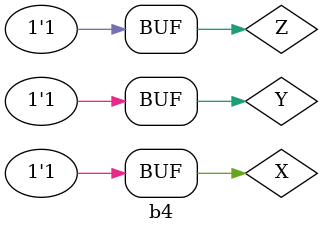
<source format=v>
module PoS (output S, input X, Y, Z); // MAXTERMOS
// M 5 6 7
assign S = (X|Y|Z) & (X|Y|~Z) & (X|~Y|Z) & (~X|Y|~Z)& (~X|~Y|Z);
endmodule // PoS

module b4;
reg X, Y, Z;
wire S;
// instancias
PoS POS1(S, X, Y, Z);
// valores iniciais
initial begin: start
X=1'bx; Y=1'bx; Z=1'bx;// indefinidos
end
// parte principal
initial begin: main
// identificacao
$display("Produto da Soma");
// monitoramento
$display(" X  Y  Z = PoS( 0, 1, 2, 5, 6 )");
$monitor("%2b %2b %2b =  %2b", X, Y, Z, S);
// sinalizacao
#1 X=0; Y=0; Z =0;
#1 X=0; Y=0; Z =1;
#1 X=0; Y=1; Z =0;
#1 X=0; Y=1; Z =1;
#1 X=1; Y=0; Z =0;
#1 X=1; Y=0; Z =1;
#1 X=1; Y=1; Z =0;
#1 X=1; Y=1; Z =1;
end
endmodule // test_module
</source>
